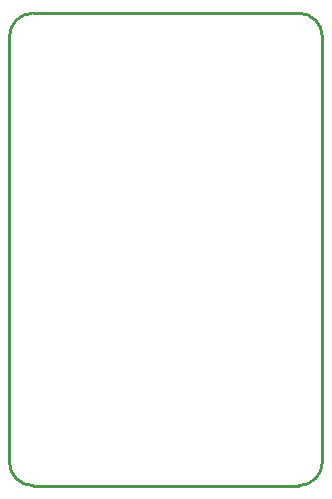
<source format=gko>
G04 Layer: BoardOutlineLayer*
G04 EasyEDA v6.5.38, 2023-11-10 20:44:27*
G04 a2ce8b3098ff4e71ad7b38c7765d7841,93b1fbd85c6d4c91ac372c37b1ebbe7b,10*
G04 Gerber Generator version 0.2*
G04 Scale: 100 percent, Rotated: No, Reflected: No *
G04 Dimensions in millimeters *
G04 leading zeros omitted , absolute positions ,4 integer and 5 decimal *
%FSLAX45Y45*%
%MOMM*%

%ADD10C,0.2540*%
D10*
X3352800Y1308100D02*
G01*
X1102804Y1308100D01*
X3552799Y5108092D02*
G01*
X3552799Y1508099D01*
X902804Y1508099D02*
G01*
X902804Y5108092D01*
X1102804Y5308092D02*
G01*
X3352800Y5308092D01*
G75*
G01*
X3352800Y5308092D02*
G02*
X3552800Y5108092I0J-200000D01*
G75*
G01*
X3552800Y1508100D02*
G02*
X3352800Y1308100I-200000J0D01*
G75*
G01*
X1102805Y1308100D02*
G02*
X902805Y1508100I0J200000D01*
G75*
G01*
X902805Y5108092D02*
G02*
X1102805Y5308092I200000J0D01*

%LPD*%
M02*

</source>
